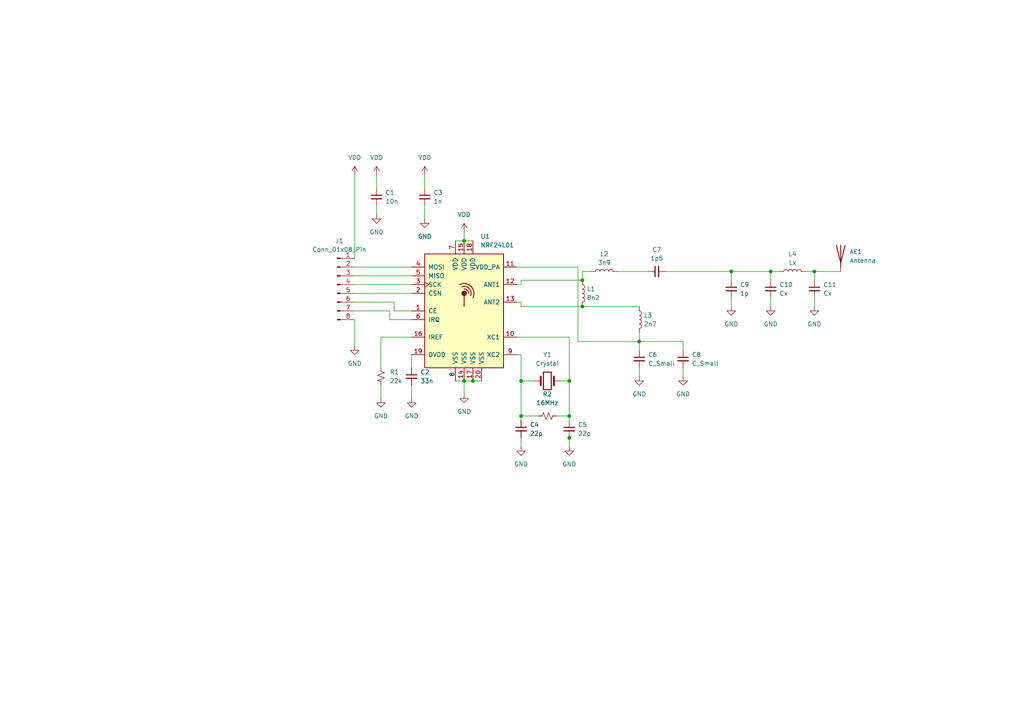
<source format=kicad_sch>
(kicad_sch (version 20231120) (generator "eeschema") (generator_version "8.0")
  (paper "A4")
  (lib_symbols
    (symbol "Connector:Conn_01x08_Pin" (pin_names (offset 1.016) hide)
      (property "Reference" "J" (at 0 10.16 0))
      (property "Value" "Conn_01x08_Pin" (at 0 -12.7 0))
      (symbol "Conn_01x08_Pin_1_1"
        (polyline (pts (xy 1.27 -10.16) (xy 0.8636 -10.16)) (stroke (width 0.1524)))
        (polyline (pts (xy 1.27 -7.62) (xy 0.8636 -7.62)) (stroke (width 0.1524)))
        (polyline (pts (xy 1.27 -5.08) (xy 0.8636 -5.08)) (stroke (width 0.1524)))
        (polyline (pts (xy 1.27 -2.54) (xy 0.8636 -2.54)) (stroke (width 0.1524)))
        (polyline (pts (xy 1.27 0) (xy 0.8636 0)) (stroke (width 0.1524)))
        (polyline (pts (xy 1.27 2.54) (xy 0.8636 2.54)) (stroke (width 0.1524)))
        (polyline (pts (xy 1.27 5.08) (xy 0.8636 5.08)) (stroke (width 0.1524)))
        (polyline (pts (xy 1.27 7.62) (xy 0.8636 7.62)) (stroke (width 0.1524)))
        (rectangle (start 0.8636 -10.033) (end 0 -10.287) (stroke (width 0.1524)) (fill (type outline)))
        (rectangle (start 0.8636 -7.493) (end 0 -7.747) (stroke (width 0.1524)) (fill (type outline)))
        (rectangle (start 0.8636 -4.953) (end 0 -5.207) (stroke (width 0.1524)) (fill (type outline)))
        (rectangle (start 0.8636 -2.413) (end 0 -2.667) (stroke (width 0.1524)) (fill (type outline)))
        (rectangle (start 0.8636 0.127) (end 0 -0.127) (stroke (width 0.1524)) (fill (type outline)))
        (rectangle (start 0.8636 2.667) (end 0 2.413) (stroke (width 0.1524)) (fill (type outline)))
        (rectangle (start 0.8636 5.207) (end 0 4.953) (stroke (width 0.1524)) (fill (type outline)))
        (rectangle (start 0.8636 7.747) (end 0 7.493) (stroke (width 0.1524)) (fill (type outline)))
        (pin passive line (at 5.08 7.62 180) (length 3.81) (name "Pin_1") (number "1"))
        (pin passive line (at 5.08 5.08 180) (length 3.81) (name "Pin_2") (number "2"))
        (pin passive line (at 5.08 2.54 180) (length 3.81) (name "Pin_3") (number "3"))
        (pin passive line (at 5.08 0 180) (length 3.81) (name "Pin_4") (number "4"))
        (pin passive line (at 5.08 -2.54 180) (length 3.81) (name "Pin_5") (number "5"))
        (pin passive line (at 5.08 -5.08 180) (length 3.81) (name "Pin_6") (number "6"))
        (pin passive line (at 5.08 -7.62 180) (length 3.81) (name "Pin_7") (number "7"))
        (pin passive line (at 5.08 -10.16 180) (length 3.81) (name "Pin_8") (number "8"))
      )
    )
    (symbol "Device:Antenna" (pin_numbers hide) (pin_names (offset 1.016) hide)
      (property "Reference" "AE" (at -1.905 1.905 0))
      (property "Value" "Antenna" (at -1.905 0 0))
      (symbol "Antenna_0_1"
        (polyline (pts (xy 0 2.54) (xy 0 -3.81)) (stroke (width 0.254)))
        (polyline (pts (xy 1.27 2.54) (xy 0 -2.54) (xy -1.27 2.54)) (stroke (width 0.254)))
      )
      (symbol "Antenna_1_1"
        (pin input line (at 0 -5.08 90) (length 2.54) (name "A") (number "1"))
      )
    )
    (symbol "Device:C_Small" (pin_numbers hide) (pin_names (offset 0.254) hide)
      (property "Reference" "C" (at 0.254 1.778 0))
      (property "Value" "C_Small" (at 0.254 -2.032 0))
      (symbol "C_Small_0_1"
        (polyline (pts (xy -1.524 -0.508) (xy 1.524 -0.508)) (stroke (width 0.3302)))
        (polyline (pts (xy -1.524 0.508) (xy 1.524 0.508)) (stroke (width 0.3048)))
      )
      (symbol "C_Small_1_1"
        (pin passive line (at 0 2.54 270) (length 2.032) (name "~") (number "1"))
        (pin passive line (at 0 -2.54 90) (length 2.032) (name "~") (number "2"))
      )
    )
    (symbol "Device:Crystal" (pin_numbers hide) (pin_names (offset 1.016) hide)
      (property "Reference" "Y" (at 0 3.81 0))
      (property "Value" "Crystal" (at 0 -3.81 0))
      (symbol "Crystal_0_1"
        (rectangle (start -1.143 2.54) (end 1.143 -2.54) (stroke (width 0.3048)))
        (polyline (pts (xy -2.54 0) (xy -1.905 0)))
        (polyline (pts (xy -1.905 -1.27) (xy -1.905 1.27)) (stroke (width 0.508)))
        (polyline (pts (xy 1.905 -1.27) (xy 1.905 1.27)) (stroke (width 0.508)))
        (polyline (pts (xy 2.54 0) (xy 1.905 0)))
      )
      (symbol "Crystal_1_1"
        (pin passive line (at -3.81 0 0) (length 1.27) (name "1") (number "1"))
        (pin passive line (at 3.81 0 180) (length 1.27) (name "2") (number "2"))
      )
    )
    (symbol "Device:L" (pin_numbers hide) (pin_names (offset 1.016) hide)
      (property "Reference" "L" (at -1.27 0 90))
      (property "Value" "L" (at 1.905 0 90))
      (symbol "L_0_1"
        (arc (start 0 -2.54) (mid 0.6323 -1.905) (end 0 -1.27))
        (arc (start 0 -1.27) (mid 0.6323 -0.635) (end 0 0))
        (arc (start 0 0) (mid 0.6323 0.635) (end 0 1.27))
        (arc (start 0 1.27) (mid 0.6323 1.905) (end 0 2.54))
      )
      (symbol "L_1_1"
        (pin passive line (at 0 3.81 270) (length 1.27) (name "1") (number "1"))
        (pin passive line (at 0 -3.81 90) (length 1.27) (name "2") (number "2"))
      )
    )
    (symbol "Device:R_Small_US" (pin_numbers hide) (pin_names (offset 0.254) hide)
      (property "Reference" "R" (at 0.762 0.508 0))
      (property "Value" "R_Small_US" (at 0.762 -1.016 0))
      (symbol "R_Small_US_1_1"
        (polyline (pts (xy 0 0) (xy 1.016 -0.381) (xy 0 -0.762) (xy -1.016 -1.143) (xy 0 -1.524)))
        (polyline (pts (xy 0 1.524) (xy 1.016 1.143) (xy 0 0.762) (xy -1.016 0.381) (xy 0 0)))
        (pin passive line (at 0 2.54 270) (length 1.016) (name "~") (number "1"))
        (pin passive line (at 0 -2.54 90) (length 1.016) (name "~") (number "2"))
      )
    )
    (symbol "RF:NRF24L01" (pin_names (offset 1.016))
      (property "Reference" "U" (at -11.43 17.78 0))
      (property "Value" "NRF24L01" (at 5.08 17.78 0))
      (symbol "NRF24L01_0_1"
        (rectangle (start -11.43 16.51) (end 11.43 -16.51) (stroke (width 0.254)) (fill (type background)))
        (polyline (pts (xy 0 4.445) (xy 0 1.27)) (stroke (width 0.254)))
        (circle (center 0 5.08) (radius 0.635) (stroke (width 0.254)) (fill (type outline)))
        (arc (start 1.27 5.08) (mid 0.9071 5.9946) (end 0 6.35) (stroke (width 0.254)))
        (arc (start 1.905 4.445) (mid 1.4313 6.5254) (end -0.635 6.985) (stroke (width 0.254)))
        (arc (start 2.54 3.81) (mid 2.008 7.088) (end -1.27 7.62) (stroke (width 0.254)))
        (rectangle (start 11.43 -13.97) (end 11.43 -13.97))
      )
      (symbol "NRF24L01_1_1"
        (pin input line (at -15.24 0 0) (length 3.81) (name "CE") (number "1"))
        (pin passive line (at 15.24 -7.62 180) (length 3.81) (name "XC1") (number "10"))
        (pin power_out line (at 15.24 12.7 180) (length 3.81) (name "VDD_PA") (number "11"))
        (pin passive line (at 15.24 7.62 180) (length 3.81) (name "ANT1") (number "12"))
        (pin passive line (at 15.24 2.54 180) (length 3.81) (name "ANT2") (number "13"))
        (pin power_in line (at 0 -20.32 90) (length 3.81) (name "VSS") (number "14"))
        (pin power_in line (at 0 20.32 270) (length 3.81) (name "VDD") (number "15"))
        (pin passive line (at -15.24 -7.62 0) (length 3.81) (name "IREF") (number "16"))
        (pin power_in line (at 2.54 -20.32 90) (length 3.81) (name "VSS") (number "17"))
        (pin power_in line (at 2.54 20.32 270) (length 3.81) (name "VDD") (number "18"))
        (pin power_out line (at -15.24 -12.7 0) (length 3.81) (name "DVDD") (number "19"))
        (pin input line (at -15.24 5.08 0) (length 3.81) (name "CSN") (number "2"))
        (pin power_in line (at 5.08 -20.32 90) (length 3.81) (name "VSS") (number "20"))
        (pin input clock (at -15.24 7.62 0) (length 3.81) (name "SCK") (number "3"))
        (pin input line (at -15.24 12.7 0) (length 3.81) (name "MOSI") (number "4"))
        (pin output line (at -15.24 10.16 0) (length 3.81) (name "MISO") (number "5"))
        (pin output line (at -15.24 -2.54 0) (length 3.81) (name "IRQ") (number "6"))
        (pin power_in line (at -2.54 20.32 270) (length 3.81) (name "VDD") (number "7"))
        (pin power_in line (at -2.54 -20.32 90) (length 3.81) (name "VSS") (number "8"))
        (pin passive line (at 15.24 -12.7 180) (length 3.81) (name "XC2") (number "9"))
      )
    )
    (symbol "power:GND" (power) (pin_numbers hide) (pin_names (offset 0) hide)
      (property "Value" "GND" (at 0 -3.81 0))
      (symbol "GND_0_1"
        (polyline (pts (xy 0 0) (xy 0 -1.27) (xy 1.27 -1.27) (xy 0 -2.54) (xy -1.27 -1.27) (xy 0 -1.27)))
      )
      (symbol "GND_1_1"
        (pin power_in line (at 0 0 270) (length 0) (name "~") (number "1"))
      )
    )
    (symbol "power:VDD" (power) (pin_numbers hide) (pin_names (offset 0) hide)
      (property "Value" "VDD" (at 0 3.556 0))
      (symbol "VDD_0_1"
        (polyline (pts (xy -0.762 1.27) (xy 0 2.54)))
        (polyline (pts (xy 0 0) (xy 0 2.54)))
        (polyline (pts (xy 0 2.54) (xy 0.762 1.27)))
      )
      (symbol "VDD_1_1"
        (pin power_in line (at 0 0 90) (length 0) (name "~") (number "1"))
      )
    )
  )
  (junction (at 165.1 127))
  (junction (at 134.62 110.49))
  (junction (at 236.22 78.74))
  (junction (at 165.1 110.49))
  (junction (at 151.13 110.49))
  (junction (at 212.09 78.74))
  (junction (at 223.52 78.74))
  (junction (at 137.16 110.49))
  (junction (at 134.62 69.85))
  (junction (at 168.91 88.9))
  (junction (at 185.42 99.06))
  (junction (at 168.91 81.28))
  (junction (at 165.1 120.65))
  (junction (at 151.13 120.65))
  (wire (pts (xy 212.09 78.74) (xy 212.09 81.28)))
  (wire (pts (xy 223.52 78.74) (xy 226.06 78.74)))
  (wire (pts (xy 198.12 101.6) (xy 198.12 99.06)))
  (wire (pts (xy 119.38 102.87) (xy 119.38 106.68)))
  (wire (pts (xy 134.62 69.85) (xy 137.16 69.85)))
  (wire (pts (xy 162.56 110.49) (xy 165.1 110.49)))
  (wire (pts (xy 151.13 88.9) (xy 151.13 87.63)))
  (wire (pts (xy 165.1 125.73) (xy 165.1 127)))
  (wire (pts (xy 151.13 110.49) (xy 151.13 102.87)))
  (wire (pts (xy 165.1 110.49) (xy 165.1 120.65)))
  (wire (pts (xy 134.62 110.49) (xy 134.62 114.3)))
  (wire (pts (xy 185.42 106.68) (xy 185.42 109.22)))
  (wire (pts (xy 134.62 67.31) (xy 134.62 69.85)))
  (wire (pts (xy 102.87 87.63) (xy 114.3 87.63)))
  (wire (pts (xy 236.22 78.74) (xy 233.68 78.74)))
  (wire (pts (xy 168.91 78.74) (xy 168.91 81.28)))
  (wire (pts (xy 212.09 86.36) (xy 212.09 88.9)))
  (wire (pts (xy 151.13 120.65) (xy 151.13 110.49)))
  (wire (pts (xy 165.1 127) (xy 165.1 129.54)))
  (wire (pts (xy 212.09 78.74) (xy 223.52 78.74)))
  (wire (pts (xy 102.87 50.8) (xy 102.87 74.93)))
  (wire (pts (xy 167.64 99.06) (xy 185.42 99.06)))
  (wire (pts (xy 110.49 97.79) (xy 119.38 97.79)))
  (wire (pts (xy 109.22 50.8) (xy 109.22 54.61)))
  (wire (pts (xy 185.42 99.06) (xy 185.42 96.52)))
  (wire (pts (xy 102.87 82.55) (xy 119.38 82.55)))
  (wire (pts (xy 151.13 87.63) (xy 149.86 87.63)))
  (wire (pts (xy 168.91 88.9) (xy 151.13 88.9)))
  (wire (pts (xy 132.08 110.49) (xy 134.62 110.49)))
  (wire (pts (xy 137.16 110.49) (xy 139.7 110.49)))
  (wire (pts (xy 114.3 90.17) (xy 119.38 90.17)))
  (wire (pts (xy 102.87 90.17) (xy 113.03 90.17)))
  (wire (pts (xy 161.29 120.65) (xy 165.1 120.65)))
  (wire (pts (xy 113.03 90.17) (xy 113.03 92.71)))
  (wire (pts (xy 151.13 127) (xy 151.13 129.54)))
  (wire (pts (xy 102.87 92.71) (xy 102.87 100.33)))
  (wire (pts (xy 109.22 59.69) (xy 109.22 62.23)))
  (wire (pts (xy 165.1 120.65) (xy 165.1 121.92)))
  (wire (pts (xy 167.64 77.47) (xy 167.64 99.06)))
  (wire (pts (xy 151.13 121.92) (xy 151.13 120.65)))
  (wire (pts (xy 102.87 85.09) (xy 119.38 85.09)))
  (wire (pts (xy 151.13 102.87) (xy 149.86 102.87)))
  (wire (pts (xy 185.42 99.06) (xy 185.42 101.6)))
  (wire (pts (xy 171.45 78.74) (xy 168.91 78.74)))
  (wire (pts (xy 113.03 92.71) (xy 119.38 92.71)))
  (wire (pts (xy 236.22 86.36) (xy 236.22 88.9)))
  (wire (pts (xy 149.86 77.47) (xy 167.64 77.47)))
  (wire (pts (xy 134.62 110.49) (xy 137.16 110.49)))
  (wire (pts (xy 223.52 86.36) (xy 223.52 88.9)))
  (wire (pts (xy 185.42 88.9) (xy 168.91 88.9)))
  (wire (pts (xy 119.38 111.76) (xy 119.38 115.57)))
  (wire (pts (xy 102.87 77.47) (xy 119.38 77.47)))
  (wire (pts (xy 198.12 99.06) (xy 185.42 99.06)))
  (wire (pts (xy 110.49 111.76) (xy 110.49 115.57)))
  (wire (pts (xy 110.49 106.68) (xy 110.49 97.79)))
  (wire (pts (xy 151.13 120.65) (xy 156.21 120.65)))
  (wire (pts (xy 236.22 78.74) (xy 243.84 78.74)))
  (wire (pts (xy 149.86 82.55) (xy 151.13 82.55)))
  (wire (pts (xy 151.13 82.55) (xy 151.13 81.28)))
  (wire (pts (xy 165.1 97.79) (xy 165.1 110.49)))
  (wire (pts (xy 123.19 50.8) (xy 123.19 54.61)))
  (wire (pts (xy 114.3 87.63) (xy 114.3 90.17)))
  (wire (pts (xy 179.07 78.74) (xy 187.96 78.74)))
  (wire (pts (xy 236.22 81.28) (xy 236.22 78.74)))
  (wire (pts (xy 193.04 78.74) (xy 212.09 78.74)))
  (wire (pts (xy 102.87 80.01) (xy 119.38 80.01)))
  (wire (pts (xy 151.13 110.49) (xy 154.94 110.49)))
  (wire (pts (xy 132.08 69.85) (xy 134.62 69.85)))
  (wire (pts (xy 149.86 97.79) (xy 165.1 97.79)))
  (wire (pts (xy 151.13 81.28) (xy 168.91 81.28)))
  (wire (pts (xy 198.12 106.68) (xy 198.12 109.22)))
  (wire (pts (xy 223.52 78.74) (xy 223.52 81.28)))
  (wire (pts (xy 123.19 59.69) (xy 123.19 63.5)))
  (symbol (lib_id "Device:Crystal") (at 158.75 110.49 0) (unit 1)
    (property "Reference" "Y1" (at 158.75 102.87 0))
    (property "Value" "Crystal" (at 158.75 105.41 0))
    (property "Footprint" "Crystal:Crystal_SMD_3215-2Pin_3.2x1.5mm" (effects (hide yes)))
    (property "Description" "Two pin crystal" (effects (hide yes)))
  )
  (symbol (lib_id "power:GND") (at 110.49 115.57 0) (unit 1)
    (property "Reference" "#PWR05" (effects (hide yes)))
    (property "Value" "GND" (at 110.49 120.65 0))
    (property "Description" "Power symbol creates a global label with name \"GND\" , ground" (effects (hide yes)))
  )
  (symbol (lib_id "Device:L") (at 229.87 78.74 90) (unit 1)
    (property "Reference" "L4" (at 229.87 73.66 90))
    (property "Value" "Lx" (at 229.87 76.2 90))
    (property "Footprint" "Inductor_SMD:L_0402_1005Metric" (effects (hide yes)))
    (property "Description" "Inductor" (effects (hide yes)))
  )
  (symbol (lib_id "Device:C_Small") (at 190.5 78.74 90) (unit 1)
    (property "Reference" "C7" (at 190.5063 72.39 90))
    (property "Value" "1p5" (at 190.5063 74.93 90))
    (property "Footprint" "Capacitor_SMD:C_0402_1005Metric" (effects (hide yes)))
    (property "Description" "Unpolarized capacitor, small symbol" (effects (hide yes)))
  )
  (symbol (lib_id "Device:L") (at 175.26 78.74 90) (unit 1)
    (property "Reference" "L2" (at 175.26 73.66 90))
    (property "Value" "3n9" (at 175.26 76.2 90))
    (property "Footprint" "Inductor_SMD:L_0402_1005Metric" (effects (hide yes)))
    (property "Description" "Inductor" (effects (hide yes)))
  )
  (symbol (lib_id "Device:R_Small_US") (at 110.49 109.22 0) (unit 1)
    (property "Reference" "R1" (at 113.03 107.9499 0) (effects (justify left)))
    (property "Value" "22k" (at 113.03 110.4899 0) (effects (justify left)))
    (property "Footprint" "Resistor_SMD:R_0402_1005Metric" (effects (hide yes)))
    (property "Description" "Resistor, small US symbol" (effects (hide yes)))
  )
  (symbol (lib_id "Device:C_Small") (at 198.12 104.14 0) (unit 1)
    (property "Reference" "C8" (at 200.66 102.8762 0) (effects (justify left)))
    (property "Value" "C_Small" (at 200.66 105.4162 0) (effects (justify left)))
    (property "Footprint" "Capacitor_SMD:C_0402_1005Metric" (effects (hide yes)))
    (property "Description" "Unpolarized capacitor, small symbol" (effects (hide yes)))
  )
  (symbol (lib_id "Device:C_Small") (at 223.52 83.82 0) (unit 1)
    (property "Reference" "C10" (at 226.06 82.5562 0) (effects (justify left)))
    (property "Value" "Cx" (at 226.06 85.0962 0) (effects (justify left)))
    (property "Footprint" "Capacitor_SMD:C_0402_1005Metric" (effects (hide yes)))
    (property "Description" "Unpolarized capacitor, small symbol" (effects (hide yes)))
  )
  (symbol (lib_id "power:GND") (at 212.09 88.9 0) (unit 1)
    (property "Reference" "#PWR015" (effects (hide yes)))
    (property "Value" "GND" (at 212.09 93.98 0))
    (property "Description" "Power symbol creates a global label with name \"GND\" , ground" (effects (hide yes)))
  )
  (symbol (lib_id "Device:C_Small") (at 212.09 83.82 0) (unit 1)
    (property "Reference" "C9" (at 214.63 82.5562 0) (effects (justify left)))
    (property "Value" "1p" (at 214.63 85.0962 0) (effects (justify left)))
    (property "Footprint" "Capacitor_SMD:C_0402_1005Metric" (effects (hide yes)))
    (property "Description" "Unpolarized capacitor, small symbol" (effects (hide yes)))
  )
  (symbol (lib_id "power:VDD") (at 109.22 50.8 0) (unit 1)
    (property "Reference" "#PWR03" (effects (hide yes)))
    (property "Value" "VDD" (at 109.22 45.72 0))
    (property "Description" "Power symbol creates a global label with name \"VDD\"" (effects (hide yes)))
  )
  (symbol (lib_id "Device:C_Small") (at 165.1 124.46 0) (unit 1)
    (property "Reference" "C5" (at 167.64 123.1962 0) (effects (justify left)))
    (property "Value" "22p" (at 167.64 125.7362 0) (effects (justify left)))
    (property "Footprint" "Capacitor_SMD:C_0402_1005Metric" (effects (hide yes)))
    (property "Description" "Unpolarized capacitor, small symbol" (effects (hide yes)))
  )
  (symbol (lib_id "Device:C_Small") (at 109.22 57.15 0) (unit 1)
    (property "Reference" "C1" (at 111.76 55.8862 0) (effects (justify left)))
    (property "Value" "10n" (at 111.76 58.4262 0) (effects (justify left)))
    (property "Footprint" "Capacitor_SMD:C_0402_1005Metric" (effects (hide yes)))
    (property "Description" "Unpolarized capacitor, small symbol" (effects (hide yes)))
  )
  (symbol (lib_id "power:GND") (at 123.19 63.5 0) (unit 1)
    (property "Reference" "#PWR08" (effects (hide yes)))
    (property "Value" "GND" (at 123.19 68.58 0))
    (property "Description" "Power symbol creates a global label with name \"GND\" , ground" (effects (hide yes)))
  )
  (symbol (lib_id "power:GND") (at 109.22 62.23 0) (unit 1)
    (property "Reference" "#PWR04" (effects (hide yes)))
    (property "Value" "GND" (at 109.22 67.31 0))
    (property "Description" "Power symbol creates a global label with name \"GND\" , ground" (effects (hide yes)))
  )
  (symbol (lib_id "Device:C_Small") (at 236.22 83.82 0) (unit 1)
    (property "Reference" "C11" (at 238.76 82.5562 0) (effects (justify left)))
    (property "Value" "Cx" (at 238.76 85.0962 0) (effects (justify left)))
    (property "Footprint" "Capacitor_SMD:C_0402_1005Metric" (effects (hide yes)))
    (property "Description" "Unpolarized capacitor, small symbol" (effects (hide yes)))
  )
  (symbol (lib_id "power:GND") (at 236.22 88.9 0) (unit 1)
    (property "Reference" "#PWR017" (effects (hide yes)))
    (property "Value" "GND" (at 236.22 93.98 0))
    (property "Description" "Power symbol creates a global label with name \"GND\" , ground" (effects (hide yes)))
  )
  (symbol (lib_id "Device:Antenna") (at 243.84 73.66 0) (unit 1)
    (property "Reference" "AE1" (at 246.38 73.0249 0) (effects (justify left)))
    (property "Value" "Antenna" (at 246.38 75.5649 0) (effects (justify left)))
    (property "Description" "Antenna" (effects (hide yes)))
  )
  (symbol (lib_id "power:GND") (at 119.38 115.57 0) (unit 1)
    (property "Reference" "#PWR06" (effects (hide yes)))
    (property "Value" "GND" (at 119.38 120.65 0))
    (property "Description" "Power symbol creates a global label with name \"GND\" , ground" (effects (hide yes)))
  )
  (symbol (lib_id "Device:C_Small") (at 123.19 57.15 0) (unit 1)
    (property "Reference" "C3" (at 125.73 55.8862 0) (effects (justify left)))
    (property "Value" "1n" (at 125.73 58.4262 0) (effects (justify left)))
    (property "Footprint" "Capacitor_SMD:C_0402_1005Metric" (effects (hide yes)))
    (property "Description" "Unpolarized capacitor, small symbol" (effects (hide yes)))
  )
  (symbol (lib_id "Device:L") (at 168.91 85.09 0) (unit 1)
    (property "Reference" "L1" (at 170.18 83.8199 0) (effects (justify left)))
    (property "Value" "8n2" (at 170.18 86.3599 0) (effects (justify left)))
    (property "Footprint" "Inductor_SMD:L_0402_1005Metric" (effects (hide yes)))
    (property "Description" "Inductor" (effects (hide yes)))
  )
  (symbol (lib_id "power:GND") (at 165.1 129.54 0) (unit 1)
    (property "Reference" "#PWR012" (effects (hide yes)))
    (property "Value" "GND" (at 165.1 134.62 0))
    (property "Description" "Power symbol creates a global label with name \"GND\" , ground" (effects (hide yes)))
  )
  (symbol (lib_id "RF:NRF24L01") (at 134.62 90.17 0) (unit 1)
    (property "Reference" "U1" (at 139.3541 68.58 0) (effects (justify left)))
    (property "Value" "NRF24L01" (at 139.3541 71.12 0) (effects (justify left)))
    (property "Footprint" "Package_DFN_QFN:QFN-20-1EP_4x4mm_P0.5mm_EP2.5x2.5mm" (effects (hide yes)))
    (property "Datasheet" "http://www.nordicsemi.com/eng/content/download/2730/34105/file/nRF24L01_Product_Specification_v2_0.pdf" (effects (hide yes)))
    (property "Description" "Ultra low power 2.4GHz RF Transceiver, QFN-20" (effects (hide yes)))
  )
  (symbol (lib_id "power:GND") (at 134.62 114.3 0) (unit 1)
    (property "Reference" "#PWR010" (effects (hide yes)))
    (property "Value" "GND" (at 134.62 119.38 0))
    (property "Description" "Power symbol creates a global label with name \"GND\" , ground" (effects (hide yes)))
  )
  (symbol (lib_id "power:VDD") (at 134.62 67.31 0) (unit 1)
    (property "Reference" "#PWR09" (effects (hide yes)))
    (property "Value" "VDD" (at 134.62 62.23 0))
    (property "Description" "Power symbol creates a global label with name \"VDD\"" (effects (hide yes)))
  )
  (symbol (lib_id "power:GND") (at 185.42 109.22 0) (unit 1)
    (property "Reference" "#PWR013" (effects (hide yes)))
    (property "Value" "GND" (at 185.42 114.3 0))
    (property "Description" "Power symbol creates a global label with name \"GND\" , ground" (effects (hide yes)))
  )
  (symbol (lib_id "Device:C_Small") (at 185.42 104.14 0) (unit 1)
    (property "Reference" "C6" (at 187.96 102.8762 0) (effects (justify left)))
    (property "Value" "C_Small" (at 187.96 105.4162 0) (effects (justify left)))
    (property "Footprint" "Capacitor_SMD:C_0402_1005Metric" (effects (hide yes)))
    (property "Description" "Unpolarized capacitor, small symbol" (effects (hide yes)))
  )
  (symbol (lib_id "Device:C_Small") (at 119.38 109.22 0) (unit 1)
    (property "Reference" "C2" (at 121.92 107.9562 0) (effects (justify left)))
    (property "Value" "33n" (at 121.92 110.4962 0) (effects (justify left)))
    (property "Footprint" "Capacitor_SMD:C_0402_1005Metric" (effects (hide yes)))
    (property "Description" "Unpolarized capacitor, small symbol" (effects (hide yes)))
  )
  (symbol (lib_id "Device:C_Small") (at 151.13 124.46 0) (unit 1)
    (property "Reference" "C4" (at 153.67 123.1962 0) (effects (justify left)))
    (property "Value" "22p" (at 153.67 125.7362 0) (effects (justify left)))
    (property "Footprint" "Capacitor_SMD:C_0402_1005Metric" (effects (hide yes)))
    (property "Description" "Unpolarized capacitor, small symbol" (effects (hide yes)))
  )
  (symbol (lib_id "power:GND") (at 198.12 109.22 0) (unit 1)
    (property "Reference" "#PWR014" (effects (hide yes)))
    (property "Value" "GND" (at 198.12 114.3 0))
    (property "Description" "Power symbol creates a global label with name \"GND\" , ground" (effects (hide yes)))
  )
  (symbol (lib_id "power:VDD") (at 123.19 50.8 0) (unit 1)
    (property "Reference" "#PWR07" (effects (hide yes)))
    (property "Value" "VDD" (at 123.19 45.72 0))
    (property "Description" "Power symbol creates a global label with name \"VDD\"" (effects (hide yes)))
  )
  (symbol (lib_id "power:GND") (at 151.13 129.54 0) (unit 1)
    (property "Reference" "#PWR011" (effects (hide yes)))
    (property "Value" "GND" (at 151.13 134.62 0))
    (property "Description" "Power symbol creates a global label with name \"GND\" , ground" (effects (hide yes)))
  )
  (symbol (lib_id "Device:R_Small_US") (at 158.75 120.65 90) (unit 1)
    (property "Reference" "R2" (at 158.75 114.3 90))
    (property "Value" "16MHz" (at 158.75 116.84 90))
    (property "Footprint" "Resistor_SMD:R_0402_1005Metric" (effects (hide yes)))
    (property "Description" "Resistor, small US symbol" (effects (hide yes)))
  )
  (symbol (lib_id "power:GND") (at 102.87 100.33 0) (unit 1)
    (property "Reference" "#PWR02" (effects (hide yes)))
    (property "Value" "GND" (at 102.87 105.41 0))
    (property "Description" "Power symbol creates a global label with name \"GND\" , ground" (effects (hide yes)))
  )
  (symbol (lib_id "Connector:Conn_01x08_Pin") (at 97.79 82.55 0) (unit 1)
    (property "Reference" "J1" (at 98.425 69.85 0))
    (property "Value" "Conn_01x08_Pin" (at 98.425 72.39 0))
    (property "Footprint" "Connector_Hirose:Hirose_DF13-08P-1.25DSA_1x08_P1.25mm_Vertical" (effects (hide yes)))
    (property "Description" "Generic connector, single row, 01x08, script generated" (effects (hide yes)))
  )
  (symbol (lib_id "power:VDD") (at 102.87 50.8 0) (unit 1)
    (property "Reference" "#PWR01" (effects (hide yes)))
    (property "Value" "VDD" (at 102.87 45.72 0))
    (property "Description" "Power symbol creates a global label with name \"VDD\"" (effects (hide yes)))
  )
  (symbol (lib_id "Device:L") (at 185.42 92.71 0) (unit 1)
    (property "Reference" "L3" (at 186.69 91.4399 0) (effects (justify left)))
    (property "Value" "2n7" (at 186.69 93.9799 0) (effects (justify left)))
    (property "Footprint" "Inductor_SMD:L_0402_1005Metric" (effects (hide yes)))
    (property "Description" "Inductor" (effects (hide yes)))
  )
  (symbol (lib_id "power:GND") (at 223.52 88.9 0) (unit 1)
    (property "Reference" "#PWR016" (effects (hide yes)))
    (property "Value" "GND" (at 223.52 93.98 0))
    (property "Description" "Power symbol creates a global label with name \"GND\" , ground" (effects (hide yes)))
  )
)
</source>
